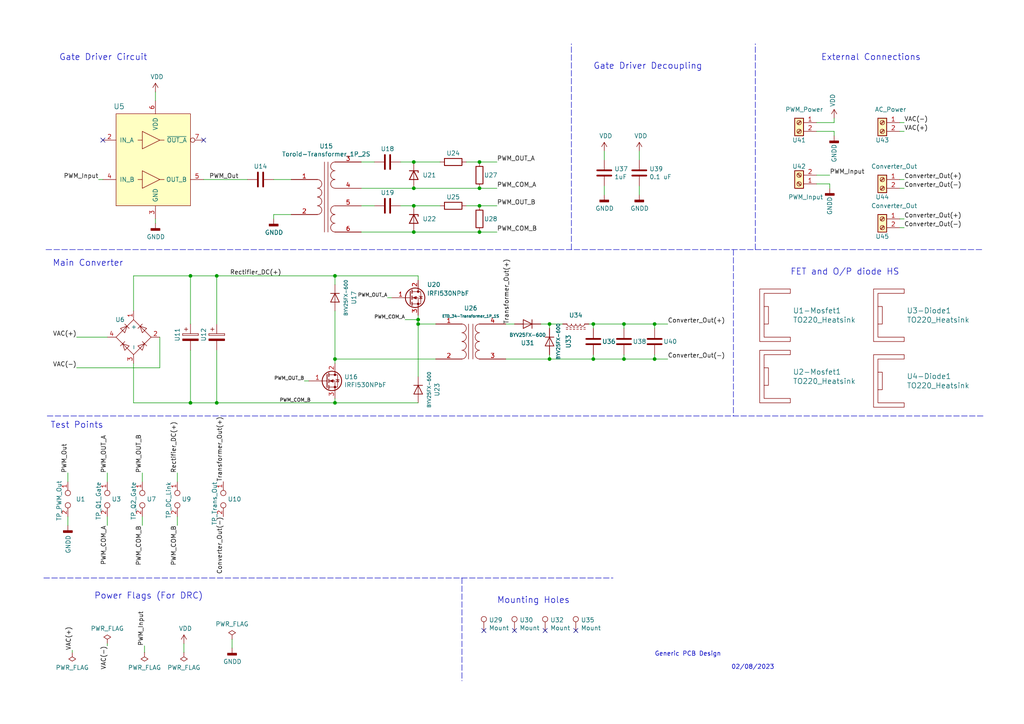
<source format=kicad_sch>
(kicad_sch (version 20250114) (generator "eeschema") (generator_version "9.0")
  (paper "A4")
  (lib_symbols
    (symbol "Connector:Screw_Terminal_01x02" (pin_names (offset 1.016) (hide yes))
      (property "Reference" "J" (at 0 2.54 0))
      (property "Value" "Screw_Terminal_01x02" (at 0 -5.08 0))
      (symbol "Screw_Terminal_01x02_1_1"
        (rectangle (start -1.27 1.27) (end 1.27 -3.81) (stroke (width 0.254)) (fill (type background)))
        (polyline (pts (xy -0.5334 0.3302) (xy 0.3302 -0.508)) (stroke (width 0.1524)))
        (polyline (pts (xy -0.5334 -2.2098) (xy 0.3302 -3.048)) (stroke (width 0.1524)))
        (polyline (pts (xy -0.3556 0.508) (xy 0.508 -0.3302)) (stroke (width 0.1524)))
        (polyline (pts (xy -0.3556 -2.032) (xy 0.508 -2.8702)) (stroke (width 0.1524)))
        (circle (center 0 0) (radius 0.635) (stroke (width 0.1524)))
        (circle (center 0 -2.54) (radius 0.635) (stroke (width 0.1524)))
        (pin passive line (at -5.08 0 0) (length 3.81) (name "Pin_1") (number "1"))
        (pin passive line (at -5.08 -2.54 0) (length 3.81) (name "Pin_2") (number "2"))
      )
    )
    (symbol "Connector:TestPoint" (pin_numbers (hide yes)) (pin_names (offset 0.762) (hide yes))
      (property "Reference" "TP" (at 0 6.858 0))
      (property "Value" "TestPoint" (at 0 5.08 0))
      (symbol "TestPoint_0_1"
        (circle (center 0 3.302) (radius 0.762))
      )
      (symbol "TestPoint_1_1"
        (pin passive line (at 0 0 90) (length 2.54) (name "1") (number "1"))
      )
    )
    (symbol "Connector:TestPoint_2Pole" (pin_names (offset 0.762) (hide yes))
      (property "Reference" "TP" (at 0 1.524 0))
      (property "Value" "TestPoint_2Pole" (at 0 -1.778 0))
      (symbol "TestPoint_2Pole_0_1"
        (circle (center -1.778 0) (radius 0.762))
        (circle (center 1.778 0) (radius 0.762))
        (pin passive line (at -5.08 0 0) (length 2.54) (name "1") (number "1"))
        (pin passive line (at 5.08 0 180) (length 2.54) (name "2") (number "2"))
      )
    )
    (symbol "Device:C" (pin_numbers (hide yes)) (pin_names (offset 0.254))
      (property "Reference" "C" (at 0.635 2.54 0))
      (property "Value" "C" (at 0.635 -2.54 0))
      (symbol "C_0_1"
        (polyline (pts (xy -2.032 0.762) (xy 2.032 0.762)) (stroke (width 0.508)))
        (polyline (pts (xy -2.032 -0.762) (xy 2.032 -0.762)) (stroke (width 0.508)))
      )
      (symbol "C_1_1"
        (pin passive line (at 0 3.81 270) (length 2.794) (name "~") (number "1"))
        (pin passive line (at 0 -3.81 90) (length 2.794) (name "~") (number "2"))
      )
    )
    (symbol "Device:D_Zener" (pin_numbers (hide yes)) (pin_names (offset 1.016) (hide yes))
      (property "Reference" "D" (at 0 2.54 0))
      (property "Value" "D_Zener" (at 0 -2.54 0))
      (symbol "D_Zener_0_1"
        (polyline (pts (xy -1.27 -1.27) (xy -1.27 1.27) (xy -0.762 1.27)) (stroke (width 0.254)))
        (polyline (pts (xy 1.27 0) (xy -1.27 0)))
        (polyline (pts (xy 1.27 -1.27) (xy 1.27 1.27) (xy -1.27 0) (xy 1.27 -1.27)) (stroke (width 0.254)))
      )
      (symbol "D_Zener_1_1"
        (pin passive line (at -3.81 0 0) (length 2.54) (name "K") (number "1"))
        (pin passive line (at 3.81 0 180) (length 2.54) (name "A") (number "2"))
      )
    )
    (symbol "Device:R" (pin_numbers (hide yes)) (pin_names (offset 0))
      (property "Reference" "R" (at 2.032 0 90))
      (property "Value" "R" (at 0 0 90))
      (symbol "R_0_1"
        (rectangle (start -1.016 -2.54) (end 1.016 2.54) (stroke (width 0.254)))
      )
      (symbol "R_1_1"
        (pin passive line (at 0 3.81 270) (length 1.27) (name "~") (number "1"))
        (pin passive line (at 0 -3.81 90) (length 1.27) (name "~") (number "2"))
      )
    )
    (symbol "EEEE2046_electrical:BYV29FX-600" (pin_numbers (hide yes)) (pin_names (offset 1.016) (hide yes))
      (property "Reference" "D" (at 0 2.54 0))
      (property "Value" "BYV29FX-600" (at 0 -2.54 0))
      (symbol "BYV29FX-600_0_1"
        (polyline (pts (xy -1.27 1.27) (xy -1.27 -1.27)) (stroke (width 0.2032)))
        (polyline (pts (xy 1.27 1.27) (xy 1.27 -1.27) (xy -1.27 0) (xy 1.27 1.27)) (stroke (width 0.2032)))
        (polyline (pts (xy 1.27 0) (xy -1.27 0)))
      )
      (symbol "BYV29FX-600_1_1"
        (pin passive line (at -3.81 0 0) (length 2.54) (name "K") (number "1"))
        (pin passive line (at 3.81 0 180) (length 2.54) (name "A") (number "2"))
      )
    )
    (symbol "EEEE2046_electrical:ECA2AM102" (pin_numbers (hide yes)) (pin_names (offset 0.254))
      (property "Reference" "C" (at 0.635 2.54 0))
      (property "Value" "ECA2AM102" (at 0.635 -2.54 0))
      (symbol "ECA2AM102_0_1"
        (rectangle (start -2.286 0.508) (end -2.286 1.016))
        (rectangle (start -2.286 0.508) (end 2.286 0.508))
        (polyline (pts (xy -1.778 2.286) (xy -0.762 2.286)))
        (polyline (pts (xy -1.27 2.794) (xy -1.27 1.778)))
        (rectangle (start 2.286 1.016) (end -2.286 1.016))
        (rectangle (start 2.286 1.016) (end 2.286 0.508))
        (rectangle (start 2.286 -0.508) (end -2.286 -1.016) (fill (type outline)))
      )
      (symbol "ECA2AM102_1_1"
        (pin passive line (at 0 3.81 270) (length 2.794) (name "~") (number "1"))
        (pin passive line (at 0 -3.81 90) (length 2.794) (name "~") (number "2"))
      )
    )
    (symbol "EEEE2046_electrical:ETD_L" (pin_numbers (hide yes)) (pin_names (offset 1.016) (hide yes))
      (property "Reference" "L" (at -1.27 0 90))
      (property "Value" "ETD_L" (at 2.794 0 90))
      (symbol "ETD_L_0_1"
        (arc (start 0 2.54) (mid 0.6323 1.905) (end 0 1.27))
        (arc (start 0 1.27) (mid 0.6323 0.635) (end 0 0))
        (arc (start 0 0) (mid 0.6323 -0.635) (end 0 -1.27))
        (arc (start 0 -1.27) (mid 0.6323 -1.905) (end 0 -2.54))
        (polyline (pts (xy 1.016 2.286) (xy 1.016 2.794)))
        (polyline (pts (xy 1.016 1.27) (xy 1.016 1.778)))
        (polyline (pts (xy 1.016 0.254) (xy 1.016 0.762)))
        (polyline (pts (xy 1.016 -0.762) (xy 1.016 -0.254)))
        (polyline (pts (xy 1.016 -1.778) (xy 1.016 -1.27)))
        (polyline (pts (xy 1.016 -2.794) (xy 1.016 -2.286)))
        (polyline (pts (xy 1.524 2.794) (xy 1.524 2.286)))
        (polyline (pts (xy 1.524 1.778) (xy 1.524 1.27)))
        (polyline (pts (xy 1.524 0.762) (xy 1.524 0.254)))
        (polyline (pts (xy 1.524 -0.254) (xy 1.524 -0.762)))
        (polyline (pts (xy 1.524 -1.27) (xy 1.524 -1.778)))
        (polyline (pts (xy 1.524 -2.286) (xy 1.524 -2.794)))
      )
      (symbol "ETD_L_1_1"
        (pin passive line (at 0 3.81 270) (length 1.27) (name "1") (number "1"))
        (pin passive line (at 0 -3.81 90) (length 1.27) (name "2") (number "2"))
      )
    )
    (symbol "EEEE2046_electrical:ETD_Transformer_1P_1S" (pin_names (offset 1.016) (hide yes))
      (property "Reference" "T" (at 0 6.35 0))
      (property "Value" "ETD_Transformer_1P_1S" (at 0 -7.62 0))
      (symbol "ETD_Transformer_1P_1S_0_1"
        (arc (start -1.27 3.81) (mid -1.656 2.9336) (end -2.54 2.5654))
        (arc (start -1.27 1.27) (mid -1.656 0.3936) (end -2.54 0.0254))
        (arc (start -1.27 -1.27) (mid -1.656 -2.1464) (end -2.54 -2.5146))
        (arc (start -1.27 -3.81) (mid -1.656 -4.6864) (end -2.54 -5.0546))
        (arc (start -2.54 5.08) (mid -1.642 4.708) (end -1.27 3.81))
        (arc (start -2.54 2.54) (mid -1.642 2.168) (end -1.27 1.27))
        (arc (start -2.54 0) (mid -1.642 -0.372) (end -1.27 -1.27))
        (arc (start -2.54 -2.54) (mid -1.642 -2.912) (end -1.27 -3.81))
        (polyline (pts (xy -0.635 5.08) (xy -0.635 -5.08)))
        (polyline (pts (xy 0.635 -5.08) (xy 0.635 5.08)))
        (arc (start 1.2954 3.81) (mid 1.6457 4.7117) (end 2.54 5.08))
        (arc (start 1.2954 1.27) (mid 1.6457 2.1717) (end 2.54 2.54))
        (arc (start 1.2954 -1.27) (mid 1.6457 -0.3683) (end 2.54 0))
        (arc (start 2.54 2.5654) (mid 1.6599 2.9299) (end 1.2954 3.81))
        (arc (start 2.54 0.0254) (mid 1.6599 0.3899) (end 1.2954 1.27))
        (arc (start 2.54 -2.5146) (mid 1.6599 -2.1501) (end 1.2954 -1.27))
        (arc (start 1.3208 -3.81) (mid 1.6711 -2.9085) (end 2.5654 -2.54))
        (arc (start 2.5654 -5.0546) (mid 1.6851 -4.6902) (end 1.3208 -3.81))
      )
      (symbol "ETD_Transformer_1P_1S_1_1"
        (pin passive line (at -10.16 5.08 0) (length 7.62) (name "AA") (number "1"))
        (pin passive line (at -10.16 -5.08 0) (length 7.62) (name "AB") (number "2"))
        (pin passive line (at 10.16 5.08 180) (length 7.62) (name "SB") (number "4"))
        (pin passive line (at 10.16 -5.08 180) (length 7.62) (name "SA") (number "3"))
      )
    )
    (symbol "EEEE2046_electrical:IRFI530NPbF" (pin_names (offset 0) (hide yes))
      (property "Reference" "Q" (at 5.08 1.27 0))
      (property "Value" "IRFI530NPbF" (at 5.08 -1.27 0))
      (symbol "IRFI530NPbF_0_1"
        (polyline (pts (xy 0.0508 0) (xy 0.254 0)))
        (polyline (pts (xy 0.254 1.905) (xy 0.254 -1.905) (xy 0.254 -1.905)) (stroke (width 0.254)))
        (polyline (pts (xy 0.762 2.286) (xy 0.762 1.27)) (stroke (width 0.254)))
        (polyline (pts (xy 0.762 1.778) (xy 2.54 1.778)))
        (polyline (pts (xy 0.762 0.508) (xy 0.762 -0.508)) (stroke (width 0.254)))
        (polyline (pts (xy 0.762 0) (xy 2.54 0)))
        (polyline (pts (xy 0.762 -1.27) (xy 0.762 -2.286)) (stroke (width 0.254)))
        (polyline (pts (xy 0.762 -1.778) (xy 2.54 -1.778)))
        (polyline (pts (xy 1.016 0) (xy 2.032 0.381) (xy 2.032 -0.381) (xy 1.016 0)) (fill (type outline)))
        (circle (center 1.651 0) (radius 2.8194) (stroke (width 0.254)))
        (polyline (pts (xy 2.54 2.54) (xy 2.54 1.778)))
        (circle (center 2.54 1.778) (radius 0.2794) (fill (type outline)))
        (polyline (pts (xy 2.54 -1.778) (xy 2.54 0)))
        (polyline (pts (xy 2.54 -1.778) (xy 2.54 -2.54)))
        (polyline (pts (xy 2.54 -1.778) (xy 3.302 -1.778) (xy 3.302 1.778) (xy 2.54 1.778)))
        (circle (center 2.54 -1.778) (radius 0.2794) (fill (type outline)))
        (polyline (pts (xy 2.794 0.508) (xy 2.921 0.381) (xy 3.683 0.381) (xy 3.81 0.254)))
        (polyline (pts (xy 3.302 0.381) (xy 2.921 -0.254) (xy 3.683 -0.254) (xy 3.302 0.381)))
      )
      (symbol "IRFI530NPbF_1_1"
        (pin input line (at -5.08 0 0) (length 5.08) (name "G") (number "1"))
        (pin passive line (at 2.54 5.08 270) (length 2.54) (name "D") (number "2"))
        (pin passive line (at 2.54 -5.08 90) (length 2.54) (name "S") (number "3"))
      )
    )
    (symbol "EEEE2046_electrical:TC4425AVPA" (pin_names (offset 1.016))
      (property "Reference" "U" (at 1.27 1.27 0))
      (property "Value" "TC4425AVPA" (at 10.16 -13.97 0))
      (symbol "TC4425AVPA_0_1"
        (rectangle (start 0 0) (end 21.59 -26.67) (fill (type background)))
        (polyline (pts (xy 7.62 -5.08) (xy 7.62 -10.16) (xy 12.7 -7.62) (xy 7.62 -5.08)))
        (polyline (pts (xy 7.62 -7.62) (xy 6.35 -7.62)))
        (polyline (pts (xy 7.62 -16.51) (xy 7.62 -21.59) (xy 12.7 -19.05) (xy 7.62 -16.51)))
        (polyline (pts (xy 7.62 -19.05) (xy 6.35 -19.05)))
        (polyline (pts (xy 12.7 -7.62) (xy 13.97 -7.62)))
        (polyline (pts (xy 12.7 -19.05) (xy 13.97 -19.05)))
        (pin input line (at -3.81 -7.62 0) (length 3.81) (name "IN_A") (number "2"))
        (pin input line (at -3.81 -19.05 0) (length 3.81) (name "IN_B") (number "4"))
        (pin no_connect line (at 1.27 -30.48 90) (length 3.81) (hide yes) (name "NC") (number "1"))
        (pin no_connect line (at 3.81 -30.48 90) (length 3.81) (hide yes) (name "NC") (number "8"))
        (pin power_in line (at 11.43 3.81 270) (length 3.81) (name "VDD") (number "6"))
        (pin power_in line (at 11.43 -30.48 90) (length 3.81) (name "GND") (number "3"))
        (pin output inverted (at 25.4 -7.62 180) (length 3.81) (name "~{OUT_A}") (number "7"))
        (pin output line (at 25.4 -19.05 180) (length 3.81) (name "OUT_B") (number "5"))
      )
    )
    (symbol "EEEE2046_electrical:TO220_Heatsink" (pin_names (offset 1.016))
      (property "Reference" "U" (at 0 0 0))
      (property "Value" "TO220_Heatsink" (at 0 2.54 0))
      (symbol "TO220_Heatsink_0_1"
        (polyline (pts (xy -7.62 -1.27) (xy 7.62 -1.27) (xy 7.62 -10.16) (xy 6.35 -10.16) (xy 6.35 -2.54) (xy -6.35 -2.54) (xy -6.35 -10.16) (xy -7.62 -10.16) (xy -7.62 -1.27)))
        (polyline (pts (xy -2.54 -2.54) (xy -2.54 -3.81) (xy 2.54 -3.81) (xy 2.54 -2.54)))
      )
    )
    (symbol "EEEE2046_electrical:Toroid-Transformer_1P_2S" (pin_names (offset 1.016) (hide yes))
      (property "Reference" "T" (at 0 12.7 0))
      (property "Value" "Toroid-Transformer_1P_2S" (at 0 -12.7 0))
      (symbol "Toroid-Transformer_1P_2S_0_1"
        (arc (start -1.27 3.81) (mid -1.656 2.9336) (end -2.54 2.5654))
        (arc (start -1.27 1.27) (mid -1.656 0.3936) (end -2.54 0.0254))
        (arc (start -1.27 -1.27) (mid -1.656 -2.1464) (end -2.54 -2.5146))
        (arc (start -1.27 -3.81) (mid -1.656 -4.6864) (end -2.54 -5.0546))
        (arc (start -2.54 5.08) (mid -1.642 4.708) (end -1.27 3.81))
        (arc (start -2.54 2.54) (mid -1.642 2.168) (end -1.27 1.27))
        (arc (start -2.54 0) (mid -1.642 -0.372) (end -1.27 -1.27))
        (arc (start -2.54 -2.54) (mid -1.642 -2.912) (end -1.27 -3.81))
        (polyline (pts (xy -0.508 -10.16) (xy -0.508 10.16)))
        (polyline (pts (xy 0.508 10.16) (xy 0.508 -10.16)))
        (arc (start 1.2954 8.89) (mid 1.6457 9.7917) (end 2.54 10.16))
        (arc (start 1.2954 6.35) (mid 1.6457 7.2517) (end 2.54 7.62))
        (arc (start 1.2954 3.81) (mid 1.6457 4.7117) (end 2.54 5.08))
        (arc (start 1.2954 -3.81) (mid 1.6457 -2.9083) (end 2.54 -2.54))
        (arc (start 1.2954 -6.35) (mid 1.6457 -5.4483) (end 2.54 -5.08))
        (arc (start 1.2954 -8.89) (mid 1.6457 -7.9883) (end 2.54 -7.62))
        (arc (start 2.54 7.6454) (mid 1.6599 8.0099) (end 1.2954 8.89))
        (arc (start 2.54 5.1054) (mid 1.6599 5.4699) (end 1.2954 6.35))
        (arc (start 2.54 2.5654) (mid 1.6599 2.9299) (end 1.2954 3.81))
        (arc (start 2.54 -5.0546) (mid 1.6599 -4.6901) (end 1.2954 -3.81))
        (arc (start 2.54 -7.5946) (mid 1.6599 -7.2301) (end 1.2954 -6.35))
        (arc (start 2.54 -10.1346) (mid 1.6599 -9.7701) (end 1.2954 -8.89))
      )
      (symbol "Toroid-Transformer_1P_2S_1_1"
        (pin passive line (at -10.16 5.08 0) (length 7.62) (name "AA") (number "1"))
        (pin passive line (at -10.16 -5.08 0) (length 7.62) (name "AB") (number "2"))
        (pin passive line (at 10.16 10.16 180) (length 7.62) (name "SA") (number "3"))
        (pin passive line (at 10.16 2.54 180) (length 7.62) (name "SB") (number "4"))
        (pin passive line (at 10.16 -2.54 180) (length 7.62) (name "SC") (number "5"))
        (pin passive line (at 10.16 -10.16 180) (length 7.62) (name "SD") (number "6"))
      )
    )
    (symbol "EEEE2046_electrical:VS-KBPC606PBF" (pin_names (offset 1.27))
      (property "Reference" "D" (at 1.27 6.985 0))
      (property "Value" "VS-KBPC606PBF" (at 1.27 5.08 0))
      (symbol "VS-KBPC606PBF_0_1"
        (polyline (pts (xy -5.08 0) (xy 0 -5.08) (xy 5.08 0) (xy 0 5.08) (xy -5.08 0)))
        (polyline (pts (xy -3.81 2.54) (xy -2.54 1.27) (xy -1.905 3.175) (xy -3.81 2.54)))
        (polyline (pts (xy -2.54 3.81) (xy -1.27 2.54)))
        (polyline (pts (xy -2.54 -1.27) (xy -3.81 -2.54) (xy -1.905 -3.175) (xy -2.54 -1.27)))
        (polyline (pts (xy -1.27 -2.54) (xy -2.54 -3.81)))
        (polyline (pts (xy 1.27 2.54) (xy 2.54 3.81) (xy 3.175 1.905) (xy 1.27 2.54)))
        (polyline (pts (xy 2.54 1.27) (xy 3.81 2.54)))
        (polyline (pts (xy 2.54 -1.27) (xy 3.81 -2.54)))
        (polyline (pts (xy 3.175 -1.905) (xy 1.27 -2.54) (xy 2.54 -3.81) (xy 3.175 -1.905)))
      )
      (symbol "VS-KBPC606PBF_1_1"
        (pin input line (at -7.62 0 0) (length 2.54) (name "-") (number "3"))
        (pin input line (at 0 7.62 270) (length 2.54) (name "~") (number "4"))
        (pin input line (at 0 -7.62 90) (length 2.54) (name "~") (number "2"))
        (pin input line (at 7.62 0 180) (length 2.54) (name "+") (number "1"))
      )
    )
    (symbol "power:GNDD" (power) (pin_names (offset 0))
      (property "Value" "GNDD" (at 0 -3.175 0))
      (symbol "GNDD_0_1"
        (rectangle (start -1.27 -1.524) (end 1.27 -2.032) (stroke (width 0.254)) (fill (type outline)))
        (polyline (pts (xy 0 0) (xy 0 -1.524)))
      )
      (symbol "GNDD_1_1"
        (pin power_in line (at 0 0 270) (length 0) (hide yes) (name "GNDD") (number "1"))
      )
    )
    (symbol "power:PWR_FLAG" (power) (pin_numbers (hide yes)) (pin_names (offset 0) (hide yes))
      (property "Value" "PWR_FLAG" (at 0 3.81 0))
      (symbol "PWR_FLAG_0_0"
        (pin power_out line (at 0 0 90) (length 0) (name "pwr") (number "1"))
      )
      (symbol "PWR_FLAG_0_1"
        (polyline (pts (xy 0 0) (xy 0 1.27) (xy -1.016 1.905) (xy 0 2.54) (xy 1.016 1.905) (xy 0 1.27)))
      )
    )
    (symbol "power:VDD" (power) (pin_names (offset 0))
      (property "Value" "VDD" (at 0 3.81 0))
      (symbol "VDD_0_1"
        (polyline (pts (xy -0.762 1.27) (xy 0 2.54)))
        (polyline (pts (xy 0 2.54) (xy 0.762 1.27)))
        (polyline (pts (xy 0 0) (xy 0 2.54)))
      )
      (symbol "VDD_1_1"
        (pin power_in line (at 0 0 90) (length 0) (hide yes) (name "VDD") (number "1"))
      )
    )
  )
  (text "Generic PCB Design" (at 189.865 190.5 0) (effects (font (size 1.27 1.27)) (justify left bottom)))
  (text "Gate Driver Circuit" (at 17.145 17.78 0) (effects (font (size 1.8034 1.8034)) (justify left bottom)))
  (text "External Connections" (at 238.125 17.78 0) (effects (font (size 1.8034 1.8034)) (justify left bottom)))
  (text "Mounting Holes" (at 144.145 175.26 0) (effects (font (size 1.8034 1.8034)) (justify left bottom)))
  (text "Power Flags (For DRC)" (at 27.305 173.99 0) (effects (font (size 1.8034 1.8034)) (justify left bottom)))
  (text "Gate Driver Decoupling" (at 172.085 20.32 0) (effects (font (size 1.8034 1.8034)) (justify left bottom)))
  (text "02/08/2023\n" (at 212.09 194.31 0) (effects (font (size 1.27 1.27)) (justify left bottom)))
  (text "Main Converter" (at 15.24 77.47 0) (effects (font (size 1.8034 1.8034)) (justify left bottom)))
  (text "FET and O/P diode HS" (at 229.235 80.01 0) (effects (font (size 1.8034 1.8034)) (justify left bottom)))
  (text "Test Points\n" (at 14.605 124.46 0) (effects (font (size 1.8034 1.8034)) (justify left bottom)))
  (junction (at 62.865 116.84))
  (junction (at 62.865 80.01))
  (junction (at 121.285 92.71))
  (junction (at 120.015 59.69))
  (junction (at 159.385 104.14))
  (junction (at 139.065 46.99))
  (junction (at 172.085 93.98))
  (junction (at 55.245 80.01))
  (junction (at 189.865 93.98))
  (junction (at 55.245 116.84))
  (junction (at 120.015 54.61))
  (junction (at 189.865 104.14))
  (junction (at 139.065 54.61))
  (junction (at 97.155 80.01))
  (junction (at 139.065 67.31))
  (junction (at 180.975 93.98))
  (junction (at 121.285 93.98))
  (junction (at 139.065 59.69))
  (junction (at 172.085 104.14))
  (junction (at 180.975 104.14))
  (junction (at 120.015 67.31))
  (junction (at 159.385 93.98))
  (junction (at 120.015 46.99))
  (junction (at 97.155 104.14))
  (junction (at 97.155 116.84))
  (no_connect (at 167.005 182.88))
  (no_connect (at 149.225 182.88))
  (no_connect (at 29.845 40.64))
  (no_connect (at 140.335 182.88))
  (no_connect (at 59.055 40.64))
  (no_connect (at 158.115 182.88))
  (wire (pts (xy 29.845 52.07) (xy 28.575 52.07)))
  (wire (pts (xy 159.385 104.14) (xy 172.085 104.14)))
  (wire (pts (xy 139.065 59.69) (xy 144.145 59.69)))
  (wire (pts (xy 262.255 38.1) (xy 260.985 38.1)))
  (wire (pts (xy 84.455 62.23) (xy 79.375 62.23)))
  (wire (pts (xy 172.085 93.98) (xy 172.085 95.25)))
  (wire (pts (xy 262.255 52.07) (xy 260.985 52.07)))
  (wire (pts (xy 41.275 152.4) (xy 41.275 149.86)))
  (wire (pts (xy 20.955 188.595) (xy 20.955 189.23)))
  (polyline (pts (xy 12.7 167.64) (xy 177.8 167.64)) (stroke (width 0) (type dash)))
  (wire (pts (xy 236.855 53.34) (xy 240.665 53.34)))
  (wire (pts (xy 172.085 104.14) (xy 172.085 102.87)))
  (wire (pts (xy 127.635 59.69) (xy 120.015 59.69)))
  (wire (pts (xy 51.435 149.86) (xy 51.435 152.4)))
  (wire (pts (xy 31.115 139.7) (xy 31.115 137.16)))
  (polyline (pts (xy 212.725 72.39) (xy 212.725 120.65)) (stroke (width 0) (type dash)))
  (wire (pts (xy 22.225 106.68) (xy 46.355 106.68)))
  (wire (pts (xy 260.985 35.56) (xy 262.255 35.56)))
  (wire (pts (xy 139.065 59.69) (xy 135.255 59.69)))
  (wire (pts (xy 120.015 46.99) (xy 127.635 46.99)))
  (wire (pts (xy 135.255 46.99) (xy 139.065 46.99)))
  (wire (pts (xy 41.275 139.7) (xy 41.275 137.16)))
  (wire (pts (xy 240.665 50.8) (xy 236.855 50.8)))
  (wire (pts (xy 31.115 152.4) (xy 31.115 149.86)))
  (wire (pts (xy 120.015 59.69) (xy 116.205 59.69)))
  (wire (pts (xy 189.865 95.25) (xy 189.865 93.98)))
  (wire (pts (xy 53.34 186.69) (xy 53.34 189.23)))
  (wire (pts (xy 175.26 53.975) (xy 175.26 56.515)))
  (wire (pts (xy 88.265 110.49) (xy 89.535 110.49)))
  (polyline (pts (xy 165.735 72.39) (xy 165.735 12.7)) (stroke (width 0) (type dash)))
  (polyline (pts (xy 133.985 167.64) (xy 133.985 197.485)) (stroke (width 0) (type dash)))
  (wire (pts (xy 104.775 59.69) (xy 108.585 59.69)))
  (wire (pts (xy 97.155 80.01) (xy 121.285 80.01)))
  (wire (pts (xy 156.845 93.98) (xy 159.385 93.98)))
  (wire (pts (xy 38.735 116.84) (xy 55.245 116.84)))
  (wire (pts (xy 260.985 54.61) (xy 262.255 54.61)))
  (wire (pts (xy 159.385 95.25) (xy 159.385 93.98)))
  (wire (pts (xy 62.865 116.84) (xy 97.155 116.84)))
  (wire (pts (xy 189.865 102.87) (xy 189.865 104.14)))
  (wire (pts (xy 172.085 104.14) (xy 180.975 104.14)))
  (wire (pts (xy 46.355 106.68) (xy 46.355 97.79)))
  (wire (pts (xy 146.685 104.14) (xy 159.385 104.14)))
  (wire (pts (xy 185.42 46.355) (xy 185.42 43.815)))
  (wire (pts (xy 97.155 116.84) (xy 121.285 116.84)))
  (wire (pts (xy 144.145 67.31) (xy 139.065 67.31)))
  (wire (pts (xy 189.865 104.14) (xy 193.675 104.14)))
  (wire (pts (xy 104.775 67.31) (xy 120.015 67.31)))
  (wire (pts (xy 45.085 29.21) (xy 45.085 26.67)))
  (wire (pts (xy 62.865 93.98) (xy 62.865 80.01)))
  (wire (pts (xy 38.735 80.01) (xy 55.245 80.01)))
  (wire (pts (xy 241.935 35.56) (xy 241.935 34.29)))
  (wire (pts (xy 97.155 115.57) (xy 97.155 116.84)))
  (wire (pts (xy 59.055 52.07) (xy 71.755 52.07)))
  (wire (pts (xy 159.385 93.98) (xy 163.195 93.98)))
  (wire (pts (xy 121.285 92.71) (xy 121.285 93.98)))
  (wire (pts (xy 62.865 80.01) (xy 97.155 80.01)))
  (wire (pts (xy 193.675 93.98) (xy 189.865 93.98)))
  (wire (pts (xy 97.155 90.17) (xy 97.155 104.14)))
  (wire (pts (xy 120.015 67.31) (xy 139.065 67.31)))
  (wire (pts (xy 240.665 53.34) (xy 240.665 54.61)))
  (wire (pts (xy 139.065 46.99) (xy 144.145 46.99)))
  (wire (pts (xy 116.205 46.99) (xy 120.015 46.99)))
  (wire (pts (xy 55.245 116.84) (xy 62.865 116.84)))
  (wire (pts (xy 262.255 63.5) (xy 260.985 63.5)))
  (wire (pts (xy 31.115 187.325) (xy 31.115 186.69)))
  (wire (pts (xy 126.365 93.98) (xy 121.285 93.98)))
  (wire (pts (xy 180.975 104.14) (xy 189.865 104.14)))
  (wire (pts (xy 38.735 90.17) (xy 38.735 80.01)))
  (wire (pts (xy 22.225 97.79) (xy 31.115 97.79)))
  (wire (pts (xy 79.375 52.07) (xy 84.455 52.07)))
  (wire (pts (xy 19.685 139.7) (xy 19.685 137.16)))
  (wire (pts (xy 159.385 102.87) (xy 159.385 104.14)))
  (wire (pts (xy 55.245 80.01) (xy 62.865 80.01)))
  (polyline (pts (xy 219.075 72.39) (xy 219.075 12.7)) (stroke (width 0) (type dash)))
  (wire (pts (xy 236.855 35.56) (xy 241.935 35.56)))
  (wire (pts (xy 180.975 102.87) (xy 180.975 104.14)))
  (wire (pts (xy 126.365 104.14) (xy 97.155 104.14)))
  (wire (pts (xy 41.91 189.23) (xy 41.91 187.325)))
  (wire (pts (xy 117.475 92.71) (xy 121.285 92.71)))
  (polyline (pts (xy 285.115 120.65) (xy 13.335 120.65)) (stroke (width 0) (type dash)))
  (wire (pts (xy 112.395 86.36) (xy 113.665 86.36)))
  (wire (pts (xy 45.085 63.5) (xy 45.085 64.77)))
  (polyline (pts (xy 13.335 72.39) (xy 285.115 72.39)) (stroke (width 0) (type dash)))
  (wire (pts (xy 67.31 185.42) (xy 67.31 187.96)))
  (wire (pts (xy 189.865 93.98) (xy 180.975 93.98)))
  (wire (pts (xy 55.245 101.6) (xy 55.245 116.84)))
  (wire (pts (xy 51.435 139.7) (xy 51.435 137.16)))
  (wire (pts (xy 241.935 38.1) (xy 241.935 39.37)))
  (wire (pts (xy 180.975 95.25) (xy 180.975 93.98)))
  (wire (pts (xy 121.285 80.01) (xy 121.285 81.28)))
  (wire (pts (xy 38.735 105.41) (xy 38.735 116.84)))
  (wire (pts (xy 146.685 93.98) (xy 149.225 93.98)))
  (wire (pts (xy 79.375 62.23) (xy 79.375 63.5)))
  (wire (pts (xy 120.015 54.61) (xy 139.065 54.61)))
  (wire (pts (xy 260.985 66.04) (xy 262.255 66.04)))
  (wire (pts (xy 121.285 91.44) (xy 121.285 92.71)))
  (wire (pts (xy 19.685 149.86) (xy 19.685 152.4)))
  (wire (pts (xy 97.155 80.01) (xy 97.155 82.55)))
  (wire (pts (xy 55.245 93.98) (xy 55.245 80.01)))
  (wire (pts (xy 185.42 53.975) (xy 185.42 56.515)))
  (wire (pts (xy 104.775 54.61) (xy 120.015 54.61)))
  (wire (pts (xy 236.855 38.1) (xy 241.935 38.1)))
  (wire (pts (xy 180.975 93.98) (xy 172.085 93.98)))
  (wire (pts (xy 104.775 46.99) (xy 108.585 46.99)))
  (wire (pts (xy 175.26 46.355) (xy 175.26 43.815)))
  (wire (pts (xy 62.865 101.6) (xy 62.865 116.84)))
  (wire (pts (xy 144.145 54.61) (xy 139.065 54.61)))
  (wire (pts (xy 170.815 93.98) (xy 172.085 93.98)))
  (wire (pts (xy 121.285 93.98) (xy 121.285 109.22)))
  (wire (pts (xy 97.155 104.14) (xy 97.155 105.41)))
  (label "PWM_COM_B" (at 41.275 152.4 270))
  (label "VAC(+)" (at 262.255 38.1 0))
  (label "Transformer_Out(+)" (at 147.955 93.98 90))
  (label "PWM_Input" (at 28.575 52.07 180))
  (label "PWM_COM_B" (at 90.17 116.84 180) (effects (font (size 0.9906 0.9906))))
  (label "PWM_COM_A" (at 31.115 152.4 270))
  (label "Converter_Out(+)" (at 193.675 93.98 0))
  (label "Rectifier_DC(+)" (at 51.435 137.16 90))
  (label "PWM_OUT_B" (at 88.265 110.49 180) (effects (font (size 0.9906 0.9906))))
  (label "PWM_COM_A" (at 117.475 92.71 180) (effects (font (size 0.9906 0.9906))))
  (label "PWM_OUT_A" (at 112.395 86.36 180) (effects (font (size 0.9906 0.9906))))
  (label "Transformer_Out(+)" (at 64.77 139.7 90))
  (label "Converter_Out(-)" (at 262.255 66.04 0))
  (label "PWM_COM_A" (at 144.145 54.61 0))
  (label "Converter_Out(-)" (at 193.675 104.14 0))
  (label "Converter_Out(-)" (at 64.77 149.86 270))
  (label "Converter_Out(-)" (at 262.255 54.61 0))
  (label "VAC(+)" (at 20.955 188.595 90))
  (label "VAC(-)" (at 22.225 106.68 180))
  (label "VAC(+)" (at 22.225 97.79 180))
  (label "Converter_Out(+)" (at 262.255 63.5 0))
  (label "PWM_Input" (at 240.665 50.8 0))
  (label "Converter_Out(+)" (at 262.255 52.07 0))
  (label "VAC(-)" (at 262.255 35.56 0))
  (label "PWM_COM_B" (at 51.435 152.4 270))
  (label "PWM_Out" (at 69.215 52.07 180))
  (label "PWM_COM_B" (at 144.145 67.31 0))
  (label "PWM_Out" (at 19.685 137.16 90))
  (label "PWM_OUT_B" (at 41.275 137.16 90))
  (label "PWM_OUT_A" (at 144.145 46.99 0))
  (label "PWM_Input" (at 41.91 187.325 90))
  (label "PWM_OUT_B" (at 144.145 59.69 0))
  (label "VAC(-)" (at 31.115 187.325 270))
  (label "Rectifier_DC(+)" (at 66.675 80.01 0))
  (label "PWM_OUT_A" (at 31.115 137.16 90))
  (symbol (lib_id "power:GNDD") (at 67.31 187.96 0) (unit 1)
    (property "Reference" "#PWR05" (effects (hide yes)))
    (property "Value" "GNDD" (at 67.4116 191.897 0))
  )
  (symbol (lib_id "power:GNDD") (at 241.935 39.37 0) (unit 1)
    (property "Reference" "#PWR013" (effects (hide yes)))
    (property "Value" "GNDD" (at 241.935 44.45 90))
  )
  (symbol (lib_id "EEEE2046_electrical:IRFI530NPbF") (at 94.615 110.49 0) (unit 1)
    (property "Reference" "U16" (at 99.8474 109.3216 0) (effects (justify left)))
    (property "Value" "IRFI530NPbF" (at 99.8474 111.633 0) (effects (justify left)))
    (property "Footprint" "EEEE2046_Electrical:TO-220FPAB" (effects (hide yes)))
  )
  (symbol (lib_id "power:PWR_FLAG") (at 41.91 189.23 180) (unit 1)
    (property "Reference" "#U08" (effects (hide yes)))
    (property "Value" "PWR_FLAG" (at 41.91 193.6242 0))
  )
  (symbol (lib_id "Connector:TestPoint_2Pole") (at 64.77 144.78 270) (unit 1)
    (property "Reference" "U10" (at 66.04 144.78 90) (effects (justify left)))
    (property "Value" "TP_Trans_Out" (at 62.23 139.7 0) (effects (justify left)))
    (property "Footprint" "TestPoint:TestPoint_2Pads_Pitch2.54mm_Drill0.8mm" (effects (hide yes)))
  )
  (symbol (lib_id "Connector:Screw_Terminal_01x02") (at 255.905 63.5 0) (mirror y) (unit 1)
    (property "Reference" "U45" (at 255.905 68.58 0))
    (property "Value" "Converter_Out" (at 266.065 59.69 0) (effects (justify left)))
    (property "Footprint" "EEEE2046_Electrical:2wayTerminalBlock" (effects (hide yes)))
  )
  (symbol (lib_id "power:GNDD") (at 185.42 56.515 0) (unit 1)
    (property "Reference" "#PWR010" (effects (hide yes)))
    (property "Value" "GNDD" (at 185.5216 60.452 0))
  )
  (symbol (lib_id "Device:C") (at 172.085 99.06 0) (unit 1)
    (property "Reference" "U36" (at 174.625 99.06 0) (effects (justify left)))
    (property "Value" "F" (effects (hide yes)))
    (property "Footprint" "Capacitor_THT:CP_Radial_D10.0mm_P2.50mm_P5.00mm" (effects (hide yes)))
  )
  (symbol (lib_id "power:GNDD") (at 45.085 64.77 0) (unit 1)
    (property "Reference" "#PWR03" (effects (hide yes)))
    (property "Value" "GNDD" (at 45.1866 68.707 0))
  )
  (symbol (lib_id "power:GNDD") (at 175.26 56.515 0) (unit 1)
    (property "Reference" "#PWR08" (effects (hide yes)))
    (property "Value" "GNDD" (at 175.3616 60.452 0))
  )
  (symbol (lib_id "EEEE2046_electrical:BYV29FX-600") (at 159.385 99.06 270) (unit 1)
    (property "Reference" "U33" (at 164.8714 99.06 0))
    (property "Value" "BYV25FX-600" (at 161.925 99.06 0) (effects (font (size 0.9906 0.9906))))
    (property "Footprint" "EEEE2046_Electrical:SOD113" (effects (hide yes)))
  )
  (symbol (lib_id "Device:C") (at 185.42 50.165 0) (unit 1)
    (property "Reference" "U39" (at 188.341 48.9966 0) (effects (justify left)))
    (property "Value" "0.1 uF" (at 188.341 51.308 0) (effects (justify left)))
    (property "Footprint" "Capacitor_THT:C_Rect_L7.0mm_W3.5mm_P2.50mm_P5.00mm" (effects (hide yes)))
  )
  (symbol (lib_id "Connector:TestPoint") (at 149.225 182.88 0) (unit 1)
    (property "Reference" "U30" (at 150.6982 179.832 0) (effects (justify left)))
    (property "Value" "Mount" (at 150.6982 182.1434 0) (effects (justify left)))
    (property "Footprint" "MountingHole:MountingHole_3.2mm_M3_Pad_Via" (effects (hide yes)))
  )
  (symbol (lib_id "EEEE2046_electrical:VS-KBPC606PBF") (at 38.735 97.79 90) (unit 1)
    (property "Reference" "U6" (at 36.195 92.71 90) (effects (justify left)))
    (property "Value" "VS-KBPC606PBF" (effects (hide yes)))
    (property "Footprint" "EEEE2046_Electrical:Diode_Bridge_Vishay_KBPC6" (effects (hide yes)))
  )
  (symbol (lib_id "Device:R") (at 139.065 63.5 180) (unit 1)
    (property "Reference" "U28" (at 140.335 63.5 0) (effects (justify right)))
    (property "Value" "R" (effects (hide yes)))
    (property "Footprint" "Resistor_THT:R_Axial_DIN0207_L6.3mm_D2.5mm_P10.16mm_Horizontal" (effects (hide yes)))
  )
  (symbol (lib_id "power:PWR_FLAG") (at 67.31 185.42 0) (unit 1)
    (property "Reference" "#U013" (effects (hide yes)))
    (property "Value" "PWR_FLAG" (at 67.31 181.0004 0))
  )
  (symbol (lib_id "Device:R") (at 139.065 50.8 180) (unit 1)
    (property "Reference" "U27" (at 140.335 50.8 0) (effects (justify right)))
    (property "Value" "R" (effects (hide yes)))
    (property "Footprint" "Resistor_THT:R_Axial_DIN0207_L6.3mm_D2.5mm_P10.16mm_Horizontal" (effects (hide yes)))
  )
  (symbol (lib_id "power:PWR_FLAG") (at 20.955 189.23 180) (unit 1)
    (property "Reference" "#U02" (effects (hide yes)))
    (property "Value" "PWR_FLAG" (at 20.955 193.6242 0))
  )
  (symbol (lib_id "EEEE2046_electrical:IRFI530NPbF") (at 118.745 86.36 0) (unit 1)
    (property "Reference" "U20" (at 123.825 82.55 0) (effects (justify left)))
    (property "Value" "IRFI530NPbF" (at 123.825 85.09 0) (effects (justify left)))
    (property "Footprint" "EEEE2046_Electrical:TO-220FPAB" (effects (hide yes)))
  )
  (symbol (lib_id "Device:C") (at 112.395 59.69 270) (unit 1)
    (property "Reference" "U19" (at 112.395 55.88 90))
    (property "Value" "F" (effects (hide yes)))
    (property "Footprint" "Capacitor_THT:C_Rect_L7.0mm_W3.5mm_P2.50mm_P5.00mm" (effects (hide yes)))
  )
  (symbol (lib_id "EEEE2046_electrical:ETD_L") (at 167.005 93.98 270) (unit 1)
    (property "Reference" "U34" (at 167.005 91.44 90))
    (property "Value" "H" (effects (hide yes)))
    (property "Footprint" "EEEE2046_Electrical:ETD_34-L" (effects (hide yes)))
  )
  (symbol (lib_id "power:PWR_FLAG") (at 31.115 186.69 0) (unit 1)
    (property "Reference" "#U04" (effects (hide yes)))
    (property "Value" "PWR_FLAG" (at 31.115 182.2958 0))
  )
  (symbol (lib_id "EEEE2046_electrical:TO220_Heatsink") (at 252.095 110.49 90) (unit 1)
    (property "Reference" "U4-Diode1" (at 262.9662 109.1438 90) (effects (font (size 1.524 1.524)) (justify right)))
    (property "Value" "TO220_Heatsink" (at 262.9662 111.8362 90) (effects (font (size 1.524 1.524)) (justify right)))
    (property "Footprint" "EEEE2046_Electrical:TO220_Heatsink" (effects (hide yes)))
  )
  (symbol (lib_id "Device:C") (at 75.565 52.07 270) (unit 1)
    (property "Reference" "U14" (at 75.565 48.26 90))
    (property "Value" "F" (effects (hide yes)))
    (property "Footprint" "Capacitor_THT:C_Rect_L7.0mm_W3.5mm_P2.50mm_P5.00mm" (effects (hide yes)))
  )
  (symbol (lib_id "Connector:TestPoint") (at 140.335 182.88 0) (unit 1)
    (property "Reference" "U29" (at 141.8082 179.832 0) (effects (justify left)))
    (property "Value" "Mount" (at 141.8082 182.1434 0) (effects (justify left)))
    (property "Footprint" "MountingHole:MountingHole_3.2mm_M3_Pad_Via" (effects (hide yes)))
  )
  (symbol (lib_id "EEEE2046_electrical:TO220_Heatsink") (at 219.075 109.22 90) (unit 1)
    (property "Reference" "U2-Mosfet1" (at 229.9462 107.8738 90) (effects (font (size 1.524 1.524)) (justify right)))
    (property "Value" "TO220_Heatsink" (at 229.9462 110.5662 90) (effects (font (size 1.524 1.524)) (justify right)))
    (property "Footprint" "EEEE2046_Electrical:TO220_Heatsink" (effects (hide yes)))
  )
  (symbol (lib_id "EEEE2046_electrical:ECA2AM102") (at 55.245 97.79 0) (unit 1)
    (property "Reference" "U11" (at 51.435 99.06 90) (effects (justify left)))
    (property "Value" "ECA2AM102" (effects (hide yes)))
    (property "Footprint" "Capacitor_THT:CP_Radial_D18.0mm_P7.50mm" (effects (hide yes)))
  )
  (symbol (lib_id "EEEE2046_electrical:ETD_Transformer_1P_1S") (at 136.525 99.06 0) (unit 1)
    (property "Reference" "U26" (at 136.525 89.3826 0))
    (property "Value" "ETD_34-Transformer_1P_1S" (at 136.525 91.694 0) (effects (font (size 0.7874 0.7874))))
    (property "Footprint" "EEEE2046_Electrical:ETD_34-XMR" (effects (hide yes)))
  )
  (symbol (lib_id "Connector:TestPoint") (at 158.115 182.88 0) (unit 1)
    (property "Reference" "U32" (at 159.5882 179.832 0) (effects (justify left)))
    (property "Value" "Mount" (at 159.5882 182.1434 0) (effects (justify left)))
    (property "Footprint" "MountingHole:MountingHole_3.2mm_M3_Pad_Via" (effects (hide yes)))
  )
  (symbol (lib_id "EEEE2046_electrical:TO220_Heatsink") (at 219.075 91.44 90) (unit 1)
    (property "Reference" "U1-Mosfet1" (at 229.9462 90.0938 90) (effects (font (size 1.524 1.524)) (justify right)))
    (property "Value" "TO220_Heatsink" (at 229.9462 92.7862 90) (effects (font (size 1.524 1.524)) (justify right)))
    (property "Footprint" "EEEE2046_Electrical:TO220_Heatsink" (effects (hide yes)))
  )
  (symbol (lib_id "Connector:Screw_Terminal_01x02") (at 255.905 52.07 0) (mirror y) (unit 1)
    (property "Reference" "U44" (at 255.905 57.15 0))
    (property "Value" "Converter_Out" (at 266.065 48.26 0) (effects (justify left)))
    (property "Footprint" "EEEE2046_Electrical:2wayTerminalBlock" (effects (hide yes)))
  )
  (symbol (lib_id "power:VDD") (at 175.26 43.815 0) (unit 1)
    (property "Reference" "#PWR07" (effects (hide yes)))
    (property "Value" "VDD" (at 175.6918 39.4208 0))
  )
  (symbol (lib_id "Connector:TestPoint") (at 167.005 182.88 0) (unit 1)
    (property "Reference" "U35" (at 168.4782 179.832 0) (effects (justify left)))
    (property "Value" "Mount" (at 168.4782 182.1434 0) (effects (justify left)))
    (property "Footprint" "MountingHole:MountingHole_3.2mm_M3_Pad_Via" (effects (hide yes)))
  )
  (symbol (lib_id "power:GNDD") (at 240.665 54.61 0) (unit 1)
    (property "Reference" "#PWR011" (effects (hide yes)))
    (property "Value" "GNDD" (at 240.665 59.69 90))
  )
  (symbol (lib_id "EEEE2046_electrical:ECA2AM102") (at 62.865 97.79 0) (unit 1)
    (property "Reference" "U12" (at 59.055 99.06 90) (effects (justify left)))
    (property "Value" "ECA2AM102" (effects (hide yes)))
    (property "Footprint" "Capacitor_THT:CP_Radial_D18.0mm_P7.50mm" (effects (hide yes)))
  )
  (symbol (lib_id "EEEE2046_electrical:TO220_Heatsink") (at 252.095 91.44 90) (unit 1)
    (property "Reference" "U3-Diode1" (at 262.9662 90.0938 90) (effects (font (size 1.524 1.524)) (justify right)))
    (property "Value" "TO220_Heatsink" (at 262.9662 92.7862 90) (effects (font (size 1.524 1.524)) (justify right)))
    (property "Footprint" "EEEE2046_Electrical:TO220_Heatsink" (effects (hide yes)))
  )
  (symbol (lib_id "EEEE2046_electrical:TC4425AVPA") (at 33.655 33.02 0) (unit 1)
    (property "Reference" "U5" (at 36.195 31.75 0) (effects (font (size 1.524 1.524)) (justify right bottom)))
    (property "Value" "TC4425AVPA" (effects (hide yes)))
    (property "Footprint" "Package_DIP:DIP-8_W7.62mm_Socket_LongPads" (effects (hide yes)))
  )
  (symbol (lib_id "Connector:TestPoint_2Pole") (at 51.435 144.78 270) (unit 1)
    (property "Reference" "U9" (at 52.705 144.78 90) (effects (justify left)))
    (property "Value" "TP_DC_Link" (at 48.895 139.7 0) (effects (justify left)))
    (property "Footprint" "TestPoint:TestPoint_2Pads_Pitch2.54mm_Drill0.8mm" (effects (hide yes)))
  )
  (symbol (lib_id "power:VDD") (at 53.34 186.69 0) (unit 1)
    (property "Reference" "#PWR04" (effects (hide yes)))
    (property "Value" "VDD" (at 53.7718 182.2958 0))
  )
  (symbol (lib_id "Device:C") (at 180.975 99.06 0) (unit 1)
    (property "Reference" "U38" (at 183.515 99.06 0) (effects (justify left)))
    (property "Value" "F" (effects (hide yes)))
    (property "Footprint" "Capacitor_THT:CP_Radial_D10.0mm_P2.50mm_P5.00mm" (effects (hide yes)))
  )
  (symbol (lib_id "Connector:TestPoint_2Pole") (at 31.115 144.78 270) (unit 1)
    (property "Reference" "U3" (at 32.385 144.78 90) (effects (justify left)))
    (property "Value" "TP_Q1_Gate" (at 28.575 139.7 0) (effects (justify left)))
    (property "Footprint" "TestPoint:TestPoint_2Pads_Pitch2.54mm_Drill0.8mm" (effects (hide yes)))
  )
  (symbol (lib_id "power:VDD") (at 185.42 43.815 0) (unit 1)
    (property "Reference" "#PWR09" (effects (hide yes)))
    (property "Value" "VDD" (at 185.8518 39.4208 0))
  )
  (symbol (lib_id "Device:C") (at 112.395 46.99 270) (unit 1)
    (property "Reference" "U18" (at 112.395 43.18 90))
    (property "Value" "F" (effects (hide yes)))
    (property "Footprint" "Capacitor_THT:C_Rect_L7.0mm_W3.5mm_P2.50mm_P5.00mm" (effects (hide yes)))
  )
  (symbol (lib_id "power:VDD") (at 241.935 34.29 0) (mirror y) (unit 1)
    (property "Reference" "#PWR012" (effects (hide yes)))
    (property "Value" "VDD" (at 241.5032 31.0388 90) (effects (justify left)))
  )
  (symbol (lib_id "Device:D_Zener") (at 120.015 63.5 270) (unit 1)
    (property "Reference" "U22" (at 122.555 63.5 90) (effects (justify left)))
    (property "Value" "V" (effects (hide yes)))
    (property "Footprint" "Diode_THT:D_DO-35_SOD27_P7.62mm_Horizontal" (effects (hide yes)))
  )
  (symbol (lib_id "Connector:Screw_Terminal_01x02") (at 231.775 35.56 0) (mirror y) (unit 1)
    (property "Reference" "U41" (at 231.775 40.64 0))
    (property "Value" "PWM_Power" (at 238.76 31.75 0) (effects (justify left)))
    (property "Footprint" "EEEE2046_Electrical:2wayTerminalBlock" (effects (hide yes)))
  )
  (symbol (lib_id "EEEE2046_electrical:BYV29FX-600") (at 97.155 86.36 270) (unit 1)
    (property "Reference" "U17" (at 102.6414 86.36 0))
    (property "Value" "BYV25FX-600" (at 100.33 86.36 0) (effects (font (size 0.9906 0.9906))))
    (property "Footprint" "EEEE2046_Electrical:SOD113" (effects (hide yes)))
  )
  (symbol (lib_id "power:GNDD") (at 79.375 63.5 0) (unit 1)
    (property "Reference" "#PWR06" (effects (hide yes)))
    (property "Value" "GNDD" (at 79.4766 67.437 0))
  )
  (symbol (lib_id "power:PWR_FLAG") (at 53.34 189.23 180) (unit 1)
    (property "Reference" "#U010" (effects (hide yes)))
    (property "Value" "PWR_FLAG" (at 53.34 193.6242 0))
  )
  (symbol (lib_id "Device:C") (at 189.865 99.06 0) (unit 1)
    (property "Reference" "U40" (at 192.405 99.06 0) (effects (justify left)))
    (property "Value" "F" (effects (hide yes)))
    (property "Footprint" "Capacitor_THT:CP_Radial_D10.0mm_P2.50mm_P5.00mm" (effects (hide yes)))
  )
  (symbol (lib_id "Device:R") (at 131.445 46.99 270) (unit 1)
    (property "Reference" "U24" (at 131.445 44.45 90))
    (property "Value" "R" (effects (hide yes)))
    (property "Footprint" "Resistor_THT:R_Axial_DIN0207_L6.3mm_D2.5mm_P10.16mm_Horizontal" (effects (hide yes)))
  )
  (symbol (lib_id "EEEE2046_electrical:BYV29FX-600") (at 153.035 93.98 180) (unit 1)
    (property "Reference" "U31" (at 153.035 99.4664 0))
    (property "Value" "BYV25FX-600" (at 153.035 97.155 0) (effects (font (size 0.9906 0.9906))))
    (property "Footprint" "EEEE2046_Electrical:SOD113" (effects (hide yes)))
  )
  (symbol (lib_id "Connector:Screw_Terminal_01x02") (at 255.905 35.56 0) (mirror y) (unit 1)
    (property "Reference" "U43" (at 255.905 40.64 0))
    (property "Value" "AC_Power" (at 262.89 31.75 0) (effects (justify left)))
    (property "Footprint" "EEEE2046_Electrical:2wayTerminalBlock" (effects (hide yes)))
  )
  (symbol (lib_id "EEEE2046_electrical:BYV29FX-600") (at 121.285 113.03 270) (unit 1)
    (property "Reference" "U23" (at 126.7714 113.03 0))
    (property "Value" "BYV25FX-600" (at 124.46 113.03 0) (effects (font (size 0.9906 0.9906))))
    (property "Footprint" "EEEE2046_Electrical:SOD113" (effects (hide yes)))
  )
  (symbol (lib_id "power:VDD") (at 45.085 26.67 0) (unit 1)
    (property "Reference" "#PWR02" (effects (hide yes)))
    (property "Value" "VDD" (at 45.5168 22.2758 0))
  )
  (symbol (lib_id "Device:C") (at 175.26 50.165 0) (unit 1)
    (property "Reference" "U37" (at 178.181 48.9966 0) (effects (justify left)))
    (property "Value" "1uF" (at 178.181 51.308 0) (effects (justify left)))
    (property "Footprint" "Capacitor_THT:C_Rect_L7.0mm_W3.5mm_P2.50mm_P5.00mm" (effects (hide yes)))
  )
  (symbol (lib_id "Connector:TestPoint_2Pole") (at 19.685 144.78 270) (unit 1)
    (property "Reference" "U1" (at 24.765 144.78 90) (effects (justify right)))
    (property "Value" "TP_PWM_Out" (at 17.145 151.13 0) (effects (justify right)))
    (property "Footprint" "TestPoint:TestPoint_2Pads_Pitch2.54mm_Drill0.8mm" (effects (hide yes)))
  )
  (symbol (lib_id "Connector:Screw_Terminal_01x02") (at 231.775 53.34 180) (unit 1)
    (property "Reference" "U42" (at 231.775 48.26 0))
    (property "Value" "PWM_Input" (at 238.76 57.15 0) (effects (justify left)))
    (property "Footprint" "EEEE2046_Electrical:LP-0841-3B-05A" (effects (hide yes)))
  )
  (symbol (lib_id "power:GNDD") (at 19.685 152.4 0) (unit 1)
    (property "Reference" "#PWR01" (effects (hide yes)))
    (property "Value" "GNDD" (at 19.7866 155.194 90) (effects (justify right)))
  )
  (symbol (lib_id "EEEE2046_electrical:Toroid-Transformer_1P_2S") (at 94.615 57.15 0) (unit 1)
    (property "Reference" "U15" (at 94.615 42.3926 0))
    (property "Value" "Toroid-Transformer_1P_2S" (at 94.615 44.704 0))
    (property "Footprint" "EEEE2046_Electrical:Toroid-Transformer_1P_2S" (effects (hide yes)))
  )
  (symbol (lib_id "Device:D_Zener") (at 120.015 50.8 270) (unit 1)
    (property "Reference" "U21" (at 122.555 50.8 90) (effects (justify left)))
    (property "Value" "V" (effects (hide yes)))
    (property "Footprint" "Diode_THT:D_DO-35_SOD27_P7.62mm_Horizontal" (effects (hide yes)))
  )
  (symbol (lib_id "Device:R") (at 131.445 59.69 270) (unit 1)
    (property "Reference" "U25" (at 131.445 57.15 90))
    (property "Value" "R" (effects (hide yes)))
    (property "Footprint" "Resistor_THT:R_Axial_DIN0207_L6.3mm_D2.5mm_P10.16mm_Horizontal" (effects (hide yes)))
  )
  (symbol (lib_id "Connector:TestPoint_2Pole") (at 41.275 144.78 270) (unit 1)
    (property "Reference" "U7" (at 42.545 144.78 90) (effects (justify left)))
    (property "Value" "TP_Q2_Gate" (at 38.735 139.7 0) (effects (justify left)))
    (property "Footprint" "TestPoint:TestPoint_2Pads_Pitch2.54mm_Drill0.8mm" (effects (hide yes)))
  )
)
</source>
